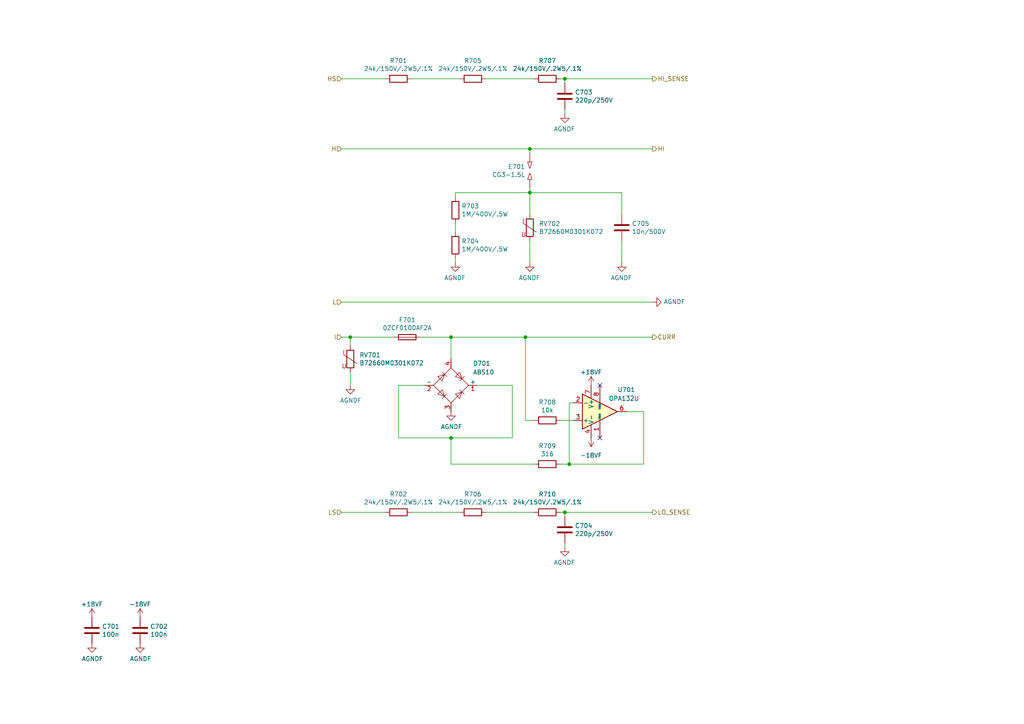
<source format=kicad_sch>
(kicad_sch (version 20230121) (generator eeschema)
  (paper "A4")
  (title_block (title "Input protection") (date "2020-03-07") (rev "1.00"))
  (lib_symbols
    (symbol "Device:C" (pin_numbers hide) (pin_names (offset 0.254))
      (property "Reference" "C" (at 0.635 2.54 0))
      (property "Value" "C" (at 0.635 -2.54 0))
      (symbol "C_0_1"
        (polyline (pts (xy -2.032 -0.762) (xy 2.032 -0.762)) (stroke (width 0.508)))
        (polyline (pts (xy -2.032 0.762) (xy 2.032 0.762)) (stroke (width 0.508)))
      )
      (symbol "C_1_1"
        (pin passive line (at 0 3.81 270) (length 2.794) (name "~") (number "1"))
        (pin passive line (at 0 -3.81 90) (length 2.794) (name "~") (number "2"))
      )
    )
    (symbol "Device:Fuse" (pin_numbers hide) (pin_names (offset 0))
      (property "Reference" "F" (at 2.032 0 90))
      (property "Value" "Fuse" (at -1.905 0 90))
      (symbol "Fuse_0_1"
        (rectangle (start -0.762 -2.54) (end 0.762 2.54) (stroke (width 0.254)))
        (polyline (pts (xy 0 2.54) (xy 0 -2.54)))
      )
      (symbol "Fuse_1_1"
        (pin passive line (at 0 3.81 270) (length 1.27) (name "~") (number "1"))
        (pin passive line (at 0 -3.81 90) (length 1.27) (name "~") (number "2"))
      )
    )
    (symbol "Device:R" (pin_numbers hide) (pin_names (offset 0))
      (property "Reference" "R" (at 2.032 0 90))
      (property "Value" "R" (at 0 0 90))
      (symbol "R_0_1"
        (rectangle (start -1.016 -2.54) (end 1.016 2.54) (stroke (width 0.254)))
      )
      (symbol "R_1_1"
        (pin passive line (at 0 3.81 270) (length 1.27) (name "~") (number "1"))
        (pin passive line (at 0 -3.81 90) (length 1.27) (name "~") (number "2"))
      )
    )
    (symbol "Device:Varistor" (pin_numbers hide) (pin_names (offset 0))
      (property "Reference" "RV" (at 3.175 0 90))
      (property "Value" "Varistor" (at -3.175 0 90))
      (symbol "Varistor_0_0"
        (text "U" (at -1.778 -2.032 0) (effects (font (size 1.27 1.27))))
      )
      (symbol "Varistor_0_1"
        (rectangle (start -1.016 -2.54) (end 1.016 2.54) (stroke (width 0.254)))
        (polyline (pts (xy -1.905 2.54) (xy -1.905 1.27) (xy 1.905 -1.27)))
      )
      (symbol "Varistor_1_1"
        (pin passive line (at 0 3.81 270) (length 1.27) (name "~") (number "1"))
        (pin passive line (at 0 -3.81 90) (length 1.27) (name "~") (number "2"))
      )
    )
    (symbol "Diode_Bridge:ABS10" (pin_names (offset 0))
      (property "Reference" "D" (at 2.54 6.985 0))
      (property "Value" "ABS10" (at 2.54 5.08 0))
      (symbol "ABS10_0_1"
        (polyline (pts (xy -2.54 3.81) (xy -1.27 2.54)))
        (polyline (pts (xy -1.27 -2.54) (xy -2.54 -3.81)))
        (polyline (pts (xy 2.54 -1.27) (xy 3.81 -2.54)))
        (polyline (pts (xy 2.54 1.27) (xy 3.81 2.54)))
        (polyline (pts (xy -3.81 2.54) (xy -2.54 1.27) (xy -1.905 3.175) (xy -3.81 2.54)))
        (polyline (pts (xy -2.54 -1.27) (xy -3.81 -2.54) (xy -1.905 -3.175) (xy -2.54 -1.27)))
        (polyline (pts (xy 1.27 2.54) (xy 2.54 3.81) (xy 3.175 1.905) (xy 1.27 2.54)))
        (polyline (pts (xy 3.175 -1.905) (xy 1.27 -2.54) (xy 2.54 -3.81) (xy 3.175 -1.905)))
        (polyline (pts (xy -5.08 0) (xy 0 -5.08) (xy 5.08 0) (xy 0 5.08) (xy -5.08 0)))
      )
      (symbol "ABS10_1_1"
        (pin passive line (at 7.62 0 180) (length 2.54) (name "+") (number "1"))
        (pin passive line (at -7.62 0 0) (length 2.54) (name "-") (number "2"))
        (pin passive line (at 0 -7.62 90) (length 2.54) (name "~") (number "3"))
        (pin passive line (at 0 7.62 270) (length 2.54) (name "~") (number "4"))
      )
    )
    (symbol "ETH1CDMM2-rescue:SPARK_GAP-Device" (pin_numbers hide) (pin_names (offset 0))
      (property "Reference" "E" (at 0 2.032 0))
      (property "Value" "Device_SPARK_GAP" (at 0 -1.905 0))
      (symbol "SPARK_GAP-Device_0_1"
        (polyline (pts (xy -2.54 0.635) (xy -2.54 -0.635) (xy -0.635 0) (xy -2.54 0.635)))
        (polyline (pts (xy 2.54 0.635) (xy 2.54 -0.635) (xy 0.635 0) (xy 2.54 0.635)))
      )
      (symbol "SPARK_GAP-Device_1_1"
        (pin passive line (at -5.08 0 0) (length 2.54) (name "~") (number "1"))
        (pin passive line (at 5.08 0 180) (length 2.54) (name "~") (number "2"))
      )
    )
    (symbol "ETH1CDMM2:+18VF" (power) (pin_names (offset 0))
      (property "Value" "+18VF" (at 0 3.556 0))
      (symbol "+18VF_0_1"
        (polyline (pts (xy -0.762 1.27) (xy 0 2.54)))
        (polyline (pts (xy 0 0) (xy 0 2.54)))
        (polyline (pts (xy 0 2.54) (xy 0.762 1.27)))
      )
      (symbol "+18VF_1_1"
        (pin power_in line (at 0 0 90) (length 0) hide (name "+18VF") (number "1"))
      )
    )
    (symbol "ETH1CDMM2:-18VF" (power) (pin_names (offset 0))
      (property "Value" "-18VF" (at 0 3.556 0))
      (symbol "-18VF_0_1"
        (polyline (pts (xy -0.762 1.27) (xy 0 2.54)))
        (polyline (pts (xy 0 0) (xy 0 2.54)))
        (polyline (pts (xy 0 2.54) (xy 0.762 1.27)))
      )
      (symbol "-18VF_1_1"
        (pin power_in line (at 0 0 90) (length 0) hide (name "-18VF") (number "1"))
      )
    )
    (symbol "ETH1CDMM2:AGNDF" (power) (pin_names (offset 0))
      (property "Value" "AGNDF" (at 0 -3.81 0))
      (symbol "AGNDF_0_1"
        (polyline (pts (xy 0 0) (xy 0 -1.27) (xy 1.27 -1.27) (xy 0 -2.54) (xy -1.27 -1.27) (xy 0 -1.27)))
      )
      (symbol "AGNDF_1_1"
        (pin power_in line (at 0 0 270) (length 0) hide (name "AGNDF") (number "1"))
      )
    )
    (symbol "ETH1CDMM2:OPA132" (pin_names (offset 0.127))
      (property "Reference" "U" (at 3.81 6.35 0))
      (property "Value" "OPA132" (at 1.27 3.81 0))
      (symbol "OPA132_0_1"
        (polyline (pts (xy -5.08 5.08) (xy 5.08 0) (xy -5.08 -5.08) (xy -5.08 5.08)) (stroke (width 0.254)) (fill (type background)))
      )
      (symbol "OPA132_1_1"
        (pin input line (at 0 -7.62 90) (length 5.08) (name "TRIM") (number "1"))
        (pin input line (at -7.62 2.54 0) (length 2.54) (name "-") (number "2"))
        (pin input line (at -7.62 -2.54 0) (length 2.54) (name "+") (number "3"))
        (pin power_in line (at -2.54 -7.62 90) (length 3.81) (name "V-") (number "4"))
        (pin no_connect non_logic (at 2.54 -1.27 90) (length 0) hide (name "NC") (number "5"))
        (pin output line (at 7.62 0 180) (length 2.54) (name "~") (number "6"))
        (pin power_in line (at -2.54 7.62 270) (length 3.81) (name "V+") (number "7"))
        (pin input line (at 0 7.62 270) (length 5.08) (name "TRIM") (number "8"))
      )
    )
  )
  (junction (at 130.81 97.79))
  (junction (at 101.6 97.79))
  (junction (at 152.4 97.79))
  (junction (at 165.1 134.62))
  (junction (at 153.67 43.18))
  (junction (at 130.81 127))
  (junction (at 163.83 22.86))
  (junction (at 163.83 148.59))
  (junction (at 153.67 55.88))
  (no_connect (at 173.99 127))
  (no_connect (at 173.99 111.76))
  (wire (pts (xy 153.67 76.2) (xy 153.67 69.85)))
  (wire (pts (xy 130.81 127) (xy 115.57 127)))
  (wire (pts (xy 163.83 22.86) (xy 162.56 22.86)))
  (wire (pts (xy 165.1 134.62) (xy 165.1 116.84)))
  (wire (pts (xy 99.06 22.86) (xy 111.76 22.86)))
  (wire (pts (xy 148.59 111.76) (xy 148.59 127)))
  (wire (pts (xy 154.94 121.92) (xy 152.4 121.92)))
  (wire (pts (xy 101.6 111.76) (xy 101.6 107.95)))
  (wire (pts (xy 130.81 97.79) (xy 130.81 104.14)))
  (wire (pts (xy 186.69 134.62) (xy 186.69 119.38)))
  (wire (pts (xy 133.35 22.86) (xy 119.38 22.86)))
  (wire (pts (xy 101.6 97.79) (xy 114.3 97.79)))
  (wire (pts (xy 152.4 97.79) (xy 189.23 97.79)))
  (wire (pts (xy 101.6 97.79) (xy 101.6 100.33)))
  (wire (pts (xy 138.43 111.76) (xy 148.59 111.76)))
  (wire (pts (xy 153.67 44.45) (xy 153.67 43.18)))
  (wire (pts (xy 163.83 148.59) (xy 162.56 148.59)))
  (wire (pts (xy 152.4 97.79) (xy 152.4 121.92)))
  (wire (pts (xy 148.59 127) (xy 130.81 127)))
  (wire (pts (xy 130.81 127) (xy 130.81 134.62)))
  (wire (pts (xy 163.83 24.13) (xy 163.83 22.86)))
  (wire (pts (xy 154.94 22.86) (xy 140.97 22.86)))
  (wire (pts (xy 162.56 121.92) (xy 166.37 121.92)))
  (wire (pts (xy 115.57 111.76) (xy 123.19 111.76)))
  (wire (pts (xy 189.23 87.63) (xy 99.06 87.63)))
  (wire (pts (xy 99.06 97.79) (xy 101.6 97.79)))
  (wire (pts (xy 153.67 55.88) (xy 180.34 55.88)))
  (wire (pts (xy 121.92 97.79) (xy 130.81 97.79)))
  (wire (pts (xy 99.06 148.59) (xy 111.76 148.59)))
  (wire (pts (xy 153.67 55.88) (xy 153.67 62.23)))
  (wire (pts (xy 153.67 43.18) (xy 99.06 43.18)))
  (wire (pts (xy 163.83 158.75) (xy 163.83 157.48)))
  (wire (pts (xy 163.83 148.59) (xy 189.23 148.59)))
  (wire (pts (xy 154.94 148.59) (xy 140.97 148.59)))
  (wire (pts (xy 132.08 67.31) (xy 132.08 64.77)))
  (wire (pts (xy 130.81 134.62) (xy 154.94 134.62)))
  (wire (pts (xy 115.57 127) (xy 115.57 111.76)))
  (wire (pts (xy 162.56 134.62) (xy 165.1 134.62)))
  (wire (pts (xy 165.1 134.62) (xy 186.69 134.62)))
  (wire (pts (xy 186.69 119.38) (xy 181.61 119.38)))
  (wire (pts (xy 163.83 33.02) (xy 163.83 31.75)))
  (wire (pts (xy 163.83 22.86) (xy 189.23 22.86)))
  (wire (pts (xy 163.83 149.86) (xy 163.83 148.59)))
  (wire (pts (xy 133.35 148.59) (xy 119.38 148.59)))
  (wire (pts (xy 153.67 43.18) (xy 189.23 43.18)))
  (wire (pts (xy 132.08 55.88) (xy 153.67 55.88)))
  (wire (pts (xy 180.34 76.2) (xy 180.34 69.85)))
  (wire (pts (xy 180.34 55.88) (xy 180.34 62.23)))
  (wire (pts (xy 153.67 54.61) (xy 153.67 55.88)))
  (wire (pts (xy 132.08 76.2) (xy 132.08 74.93)))
  (wire (pts (xy 132.08 57.15) (xy 132.08 55.88)))
  (wire (pts (xy 166.37 116.84) (xy 165.1 116.84)))
  (wire (pts (xy 130.81 97.79) (xy 152.4 97.79)))
  (hierarchical_label "LS" (shape input) (at 99.06 148.59 180))
  (hierarchical_label "HS" (shape input) (at 99.06 22.86 180))
  (hierarchical_label "CURR" (shape output) (at 189.23 97.79 0))
  (hierarchical_label "H" (shape input) (at 99.06 43.18 180))
  (hierarchical_label "LO_SENSE" (shape output) (at 189.23 148.59 0))
  (hierarchical_label "I" (shape input) (at 99.06 97.79 180))
  (hierarchical_label "HI_SENSE" (shape output) (at 189.23 22.86 0))
  (hierarchical_label "HI" (shape output) (at 189.23 43.18 0))
  (hierarchical_label "L" (shape input) (at 99.06 87.63 180))
  (symbol (lib_id "Device:C") (at 26.67 182.88 0) (unit 1)
    (property "Reference" "C701" (at 29.591 181.7116 0) (effects (justify left)))
    (property "Value" "100n" (at 29.591 184.023 0) (effects (justify left)))
    (property "Footprint" "Capacitor_SMD:C_0603_1608Metric_Pad1.08x0.95mm_HandSolder" (effects hide))
  )
  (symbol (lib_id "ETH1CDMM2:AGNDF") (at 26.67 186.69 0) (unit 1)
    (property "Reference" "#PWR0702" (effects hide))
    (property "Value" "AGNDF" (at 26.797 191.0842 0))
  )
  (symbol (lib_id "Device:C") (at 40.64 182.88 0) (unit 1)
    (property "Reference" "C702" (at 43.561 181.7116 0) (effects (justify left)))
    (property "Value" "100n" (at 43.561 184.023 0) (effects (justify left)))
    (property "Footprint" "Capacitor_SMD:C_0603_1608Metric_Pad1.08x0.95mm_HandSolder" (effects hide))
  )
  (symbol (lib_id "ETH1CDMM2:AGNDF") (at 40.64 186.69 0) (unit 1)
    (property "Reference" "#PWR0704" (effects hide))
    (property "Value" "AGNDF" (at 40.767 191.0842 0))
  )
  (symbol (lib_id "Diode_Bridge:ABS10") (at 130.81 111.76 0) (unit 1)
    (property "Reference" "D701" (at 137.16 105.41 0) (effects (justify left)))
    (property "Value" "ABS10" (at 137.16 107.95 0) (effects (justify left)))
    (property "Footprint" "Diode_SMD:Diode_Bridge_Diotec_ABS" (effects hide))
    (property "Datasheet" "https://diotec.com/tl_files/diotec/files/pdf/datasheets/abs2.pdf" (effects hide))
  )
  (symbol (lib_id "ETH1CDMM2:AGNDF") (at 130.81 119.38 0) (unit 1)
    (property "Reference" "#PWR0706" (effects hide))
    (property "Value" "AGNDF" (at 130.937 123.7742 0))
  )
  (symbol (lib_id "Device:C") (at 163.83 27.94 0) (unit 1)
    (property "Reference" "C703" (at 166.751 26.7716 0) (effects (justify left)))
    (property "Value" "220p/250V" (at 166.751 29.083 0) (effects (justify left)))
    (property "Footprint" "Capacitor_SMD:C_1206_3216Metric_Pad1.33x1.80mm_HandSolder" (effects hide))
  )
  (symbol (lib_id "Device:R") (at 158.75 22.86 90) (mirror x) (unit 1)
    (property "Reference" "R707" (at 158.75 17.6022 90))
    (property "Value" "24k/150V/.2W5/.1%" (at 158.75 19.9136 90))
    (property "Footprint" "Resistor_SMD:R_0805_2012Metric_Pad1.20x1.40mm_HandSolder" (effects hide))
  )
  (symbol (lib_id "Device:R") (at 137.16 22.86 90) (mirror x) (unit 1)
    (property "Reference" "R705" (at 137.16 17.6022 90))
    (property "Value" "24k/150V/.2W5/.1%" (at 137.16 19.9136 90))
    (property "Footprint" "Resistor_SMD:R_0805_2012Metric_Pad1.20x1.40mm_HandSolder" (effects hide))
  )
  (symbol (lib_id "Device:R") (at 115.57 22.86 90) (mirror x) (unit 1)
    (property "Reference" "R701" (at 115.57 17.6022 90))
    (property "Value" "24k/150V/.2W5/.1%" (at 115.57 19.9136 90))
    (property "Footprint" "Resistor_SMD:R_0805_2012Metric_Pad1.20x1.40mm_HandSolder" (effects hide))
  )
  (symbol (lib_id "ETH1CDMM2:AGNDF") (at 163.83 33.02 0) (mirror y) (unit 1)
    (property "Reference" "#PWR0709" (effects hide))
    (property "Value" "AGNDF" (at 163.703 37.4142 0))
  )
  (symbol (lib_id "ETH1CDMM2-rescue:SPARK_GAP-Device") (at 153.67 49.53 90) (mirror x) (unit 1)
    (property "Reference" "E701" (at 152.3238 48.3616 90) (effects (justify left)))
    (property "Value" "CG3-1.5L" (at 152.3238 50.673 90) (effects (justify left)))
    (property "Footprint" "ETH1CDMM2:GDT" (effects hide))
  )
  (symbol (lib_id "Device:Varistor") (at 153.67 66.04 0) (unit 1)
    (property "Reference" "RV702" (at 156.2862 64.8716 0) (effects (justify left)))
    (property "Value" "B72660M0301K072" (at 156.2862 67.183 0) (effects (justify left)))
    (property "Footprint" "ETH1CDMM2:4032" (effects hide))
  )
  (symbol (lib_id "Device:R") (at 132.08 60.96 0) (unit 1)
    (property "Reference" "R703" (at 133.858 59.7916 0) (effects (justify left)))
    (property "Value" "1M/400V/.5W" (at 133.858 62.103 0) (effects (justify left)))
    (property "Footprint" "Resistor_SMD:R_1206_3216Metric_Pad1.30x1.75mm_HandSolder" (effects hide))
  )
  (symbol (lib_id "Device:R") (at 132.08 71.12 0) (unit 1)
    (property "Reference" "R704" (at 133.858 69.9516 0) (effects (justify left)))
    (property "Value" "1M/400V/.5W" (at 133.858 72.263 0) (effects (justify left)))
    (property "Footprint" "Resistor_SMD:R_1206_3216Metric_Pad1.30x1.75mm_HandSolder" (effects hide))
  )
  (symbol (lib_id "ETH1CDMM2:AGNDF") (at 132.08 76.2 0) (mirror y) (unit 1)
    (property "Reference" "#PWR0707" (effects hide))
    (property "Value" "AGNDF" (at 131.953 80.5942 0))
  )
  (symbol (lib_id "ETH1CDMM2:AGNDF") (at 153.67 76.2 0) (mirror y) (unit 1)
    (property "Reference" "#PWR0708" (effects hide))
    (property "Value" "AGNDF" (at 153.543 80.5942 0))
  )
  (symbol (lib_id "Device:C") (at 180.34 66.04 0) (unit 1)
    (property "Reference" "C705" (at 183.261 64.8716 0) (effects (justify left)))
    (property "Value" "10n/500V" (at 183.261 67.183 0) (effects (justify left)))
    (property "Footprint" "Capacitor_SMD:C_1206_3216Metric_Pad1.33x1.80mm_HandSolder" (effects hide))
  )
  (symbol (lib_id "ETH1CDMM2:AGNDF") (at 180.34 76.2 0) (mirror y) (unit 1)
    (property "Reference" "#PWR0713" (effects hide))
    (property "Value" "AGNDF" (at 180.213 80.5942 0))
  )
  (symbol (lib_id "Device:R") (at 158.75 148.59 90) (mirror x) (unit 1)
    (property "Reference" "R710" (at 158.75 143.3322 90))
    (property "Value" "24k/150V/.2W5/.1%" (at 158.75 145.6436 90))
    (property "Footprint" "Resistor_SMD:R_0805_2012Metric_Pad1.20x1.40mm_HandSolder" (effects hide))
  )
  (symbol (lib_id "Device:R") (at 137.16 148.59 90) (mirror x) (unit 1)
    (property "Reference" "R706" (at 137.16 143.3322 90))
    (property "Value" "24k/150V/.2W5/.1%" (at 137.16 145.6436 90))
    (property "Footprint" "Resistor_SMD:R_0805_2012Metric_Pad1.20x1.40mm_HandSolder" (effects hide))
  )
  (symbol (lib_id "Device:R") (at 115.57 148.59 90) (mirror x) (unit 1)
    (property "Reference" "R702" (at 115.57 143.3322 90))
    (property "Value" "24k/150V/.2W5/.1%" (at 115.57 145.6436 90))
    (property "Footprint" "Resistor_SMD:R_0805_2012Metric_Pad1.20x1.40mm_HandSolder" (effects hide))
  )
  (symbol (lib_id "Device:C") (at 163.83 153.67 0) (unit 1)
    (property "Reference" "C704" (at 166.751 152.5016 0) (effects (justify left)))
    (property "Value" "220p/250V" (at 166.751 154.813 0) (effects (justify left)))
    (property "Footprint" "Capacitor_SMD:C_1206_3216Metric_Pad1.33x1.80mm_HandSolder" (effects hide))
  )
  (symbol (lib_id "ETH1CDMM2:AGNDF") (at 163.83 158.75 0) (mirror y) (unit 1)
    (property "Reference" "#PWR0710" (effects hide))
    (property "Value" "AGNDF" (at 163.703 163.1442 0))
  )
  (symbol (lib_id "ETH1CDMM2:OPA132") (at 173.99 119.38 0) (unit 1)
    (property "Reference" "U701" (at 179.07 113.03 0) (effects (justify left)))
    (property "Value" "OPA132U" (at 176.53 115.57 0) (effects (justify left)))
    (property "Footprint" "Package_SO:SOIC-8_3.9x4.9mm_P1.27mm" (effects hide))
  )
  (symbol (lib_id "Device:R") (at 158.75 134.62 270) (unit 1)
    (property "Reference" "R709" (at 158.75 129.3622 90))
    (property "Value" "316" (at 158.75 131.6736 90))
    (property "Footprint" "Resistor_SMD:R_0603_1608Metric_Pad0.98x0.95mm_HandSolder" (effects hide))
  )
  (symbol (lib_id "Device:R") (at 158.75 121.92 270) (unit 1)
    (property "Reference" "R708" (at 158.75 116.6622 90))
    (property "Value" "10k" (at 158.75 118.9736 90))
    (property "Footprint" "Resistor_SMD:R_0603_1608Metric_Pad0.98x0.95mm_HandSolder" (effects hide))
  )
  (symbol (lib_id "Device:Varistor") (at 101.6 104.14 0) (unit 1)
    (property "Reference" "RV701" (at 104.2162 102.9716 0) (effects (justify left)))
    (property "Value" "B72660M0301K072" (at 104.2162 105.283 0) (effects (justify left)))
    (property "Footprint" "ETH1CDMM2:4032" (effects hide))
  )
  (symbol (lib_id "Device:Fuse") (at 118.11 97.79 90) (mirror x) (unit 1)
    (property "Reference" "F701" (at 118.11 92.7862 90))
    (property "Value" "0ZCF0100AF2A" (at 118.11 95.0976 90))
    (property "Footprint" "Fuse:Fuse_2920_7451Metric_Pad2.10x5.45mm_HandSolder" (effects hide))
  )
  (symbol (lib_id "ETH1CDMM2:AGNDF") (at 101.6 111.76 0) (unit 1)
    (property "Reference" "#PWR0705" (effects hide))
    (property "Value" "AGNDF" (at 101.727 116.1542 0))
  )
  (symbol (lib_id "ETH1CDMM2:AGNDF") (at 189.23 87.63 90) (unit 1)
    (property "Reference" "#PWR0714" (effects hide))
    (property "Value" "AGNDF" (at 192.4812 87.503 90) (effects (justify right)))
  )
  (symbol (lib_id "ETH1CDMM2:+18VF") (at 171.45 111.76 0) (unit 1)
    (property "Reference" "#PWR0711" (effects hide))
    (property "Value" "+18VF" (at 171.45 107.95 0))
  )
  (symbol (lib_id "ETH1CDMM2:+18VF") (at 26.67 179.07 0) (unit 1)
    (property "Reference" "#PWR0701" (effects hide))
    (property "Value" "+18VF" (at 26.67 175.26 0))
  )
  (symbol (lib_id "ETH1CDMM2:-18VF") (at 171.45 127 180) (unit 1)
    (property "Reference" "#PWR0712" (effects hide))
    (property "Value" "-18VF" (at 171.45 132.08 0))
  )
  (symbol (lib_id "ETH1CDMM2:-18VF") (at 40.64 179.07 0) (unit 1)
    (property "Reference" "#PWR0703" (effects hide))
    (property "Value" "-18VF" (at 40.64 175.26 0))
  )
)
</source>
